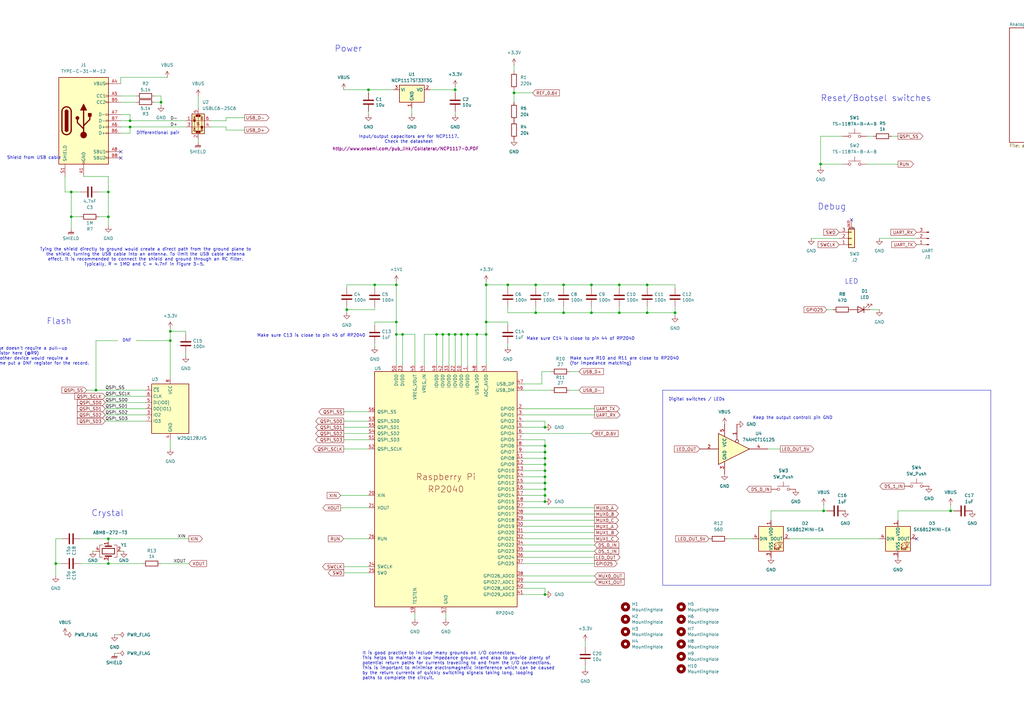
<source format=kicad_sch>
(kicad_sch (version 20231120) (generator "eeschema") (generator_version "8.0")
  (paper "A3")
  (title_block (title "Udong Mainboard") (date "2024-06-16") (rev "1"))
  (lib_symbols
    (symbol "74xGxx:74AHCT1G125"
      (property "Reference" "U" (at -2.54 3.81 0))
      (property "Value" "74AHCT1G125" (at 0 -3.81 0))
      (symbol "74AHCT1G125_1_1"
        (pin input inverted (at 0 10.16 270) (length 7.62) (name "~") (number "1"))
        (pin input line (at -15.24 0 0) (length 7.62) (name "~") (number "2"))
        (pin power_in line (at -5.08 -10.16 90) (length 5.08) (name "GND") (number "3"))
        (pin tri_state line (at 12.7 0 180) (length 7.62) (name "~") (number "4"))
        (pin power_in line (at -5.08 10.16 270) (length 5.08) (name "VCC") (number "5"))
      )
    )
    (symbol "Connector:Conn_01x03_Pin" (pin_names (offset 1.016) hide)
      (property "Reference" "J" (at 0 5.08 0))
      (property "Value" "Conn_01x03_Pin" (at 0 -5.08 0))
      (symbol "Conn_01x03_Pin_1_1"
        (pin passive line (at 5.08 2.54 180) (length 3.81) (name "Pin_1") (number "1"))
        (pin passive line (at 5.08 0 180) (length 3.81) (name "Pin_2") (number "2"))
        (pin passive line (at 5.08 -2.54 180) (length 3.81) (name "Pin_3") (number "3"))
      )
    )
    (symbol "Connector:USB_C_Receptacle_USB2.0_16P" (pin_names (offset 1.016))
      (property "Reference" "J" (at 0 22.225 0))
      (property "Value" "USB_C_Receptacle_USB2.0_16P" (at 0 19.685 0))
      (symbol "USB_C_Receptacle_USB2.0_16P_1_1"
        (pin passive line (at 0 -22.86 90) (length 5.08) (name "GND") (number "A1"))
        (pin passive line (at 0 -22.86 90) (length 5.08) hide (name "GND") (number "A12"))
        (pin passive line (at 15.24 15.24 180) (length 5.08) (name "VBUS") (number "A4"))
        (pin bidirectional line (at 15.24 10.16 180) (length 5.08) (name "CC1") (number "A5"))
        (pin bidirectional line (at 15.24 -2.54 180) (length 5.08) (name "D+") (number "A6"))
        (pin bidirectional line (at 15.24 2.54 180) (length 5.08) (name "D-") (number "A7"))
        (pin bidirectional line (at 15.24 -12.7 180) (length 5.08) (name "SBU1") (number "A8"))
        (pin passive line (at 15.24 15.24 180) (length 5.08) hide (name "VBUS") (number "A9"))
        (pin passive line (at 0 -22.86 90) (length 5.08) hide (name "GND") (number "B1"))
        (pin passive line (at 0 -22.86 90) (length 5.08) hide (name "GND") (number "B12"))
        (pin passive line (at 15.24 15.24 180) (length 5.08) hide (name "VBUS") (number "B4"))
        (pin bidirectional line (at 15.24 7.62 180) (length 5.08) (name "CC2") (number "B5"))
        (pin bidirectional line (at 15.24 -5.08 180) (length 5.08) (name "D+") (number "B6"))
        (pin bidirectional line (at 15.24 0 180) (length 5.08) (name "D-") (number "B7"))
        (pin bidirectional line (at 15.24 -15.24 180) (length 5.08) (name "SBU2") (number "B8"))
        (pin passive line (at 15.24 15.24 180) (length 5.08) hide (name "VBUS") (number "B9"))
        (pin passive line (at -7.62 -22.86 90) (length 5.08) (name "SHIELD") (number "S1"))
      )
    )
    (symbol "Connector_Generic_MountingPin:Conn_01x03_MountingPin" (pin_names (offset 1.016) hide)
      (property "Reference" "J" (at 0 5.08 0))
      (property "Value" "Conn_01x03_MountingPin" (at 1.27 -5.08 0))
      (symbol "Conn_01x03_MountingPin_1_1"
        (text "Mounting" (at 0 -4.191 0) (effects (font (size 0.381 0.381))))
        (pin passive line (at -5.08 2.54 0) (length 3.81) (name "Pin_1") (number "1"))
        (pin passive line (at -5.08 0 0) (length 3.81) (name "Pin_2") (number "2"))
        (pin passive line (at -5.08 -2.54 0) (length 3.81) (name "Pin_3") (number "3"))
        (pin passive line (at 0 -7.62 90) (length 3.048) (name "MountPin") (number "MP"))
      )
    )
    (symbol "Device:C" (pin_numbers hide) (pin_names (offset 0.254))
      (property "Reference" "C" (at 0.635 2.54 0))
      (property "Value" "C" (at 0.635 -2.54 0))
      (symbol "C_1_1"
        (pin passive line (at 0 3.81 270) (length 2.794) (name "~") (number "1"))
        (pin passive line (at 0 -3.81 90) (length 2.794) (name "~") (number "2"))
      )
    )
    (symbol "Device:Crystal_GND24" (pin_names (offset 1.016) hide)
      (property "Reference" "Y" (at 3.175 5.08 0))
      (property "Value" "Crystal_GND24" (at 3.175 3.175 0))
      (symbol "Crystal_GND24_1_1"
        (pin passive line (at -3.81 0 0) (length 1.27) (name "1") (number "1"))
        (pin passive line (at 0 5.08 270) (length 1.27) (name "2") (number "2"))
        (pin passive line (at 3.81 0 180) (length 1.27) (name "3") (number "3"))
        (pin passive line (at 0 -5.08 90) (length 1.27) (name "4") (number "4"))
      )
    )
    (symbol "Device:LED" (pin_numbers hide) (pin_names (offset 1.016) hide)
      (property "Reference" "D" (at 0 2.54 0))
      (property "Value" "LED" (at 0 -2.54 0))
      (symbol "LED_1_1"
        (pin passive line (at -3.81 0 0) (length 2.54) (name "K") (number "1"))
        (pin passive line (at 3.81 0 180) (length 2.54) (name "A") (number "2"))
      )
    )
    (symbol "Device:R" (pin_numbers hide) (pin_names (offset 0))
      (property "Reference" "R" (at 2.032 0 90))
      (property "Value" "R" (at 0 0 90))
      (symbol "R_1_1"
        (pin passive line (at 0 3.81 270) (length 1.27) (name "~") (number "1"))
        (pin passive line (at 0 -3.81 90) (length 1.27) (name "~") (number "2"))
      )
    )
    (symbol "GND_1" (power) (pin_numbers hide) (pin_names (offset 0) hide)
      (property "Value" "GND" (at 0 -3.81 0))
      (symbol "GND_1_1_1"
        (pin power_in line (at 0 0 270) (length 0) (name "~") (number "1"))
      )
    )
    (symbol "GND_2" (power) (pin_numbers hide) (pin_names (offset 0) hide)
      (property "Value" "GND" (at 0 -3.81 0))
      (symbol "GND_2_1_1"
        (pin power_in line (at 0 0 270) (length 0) (name "~") (number "1"))
      )
    )
    (symbol "GND_4" (power) (pin_numbers hide) (pin_names (offset 0) hide)
      (property "Value" "GND" (at 0 -3.81 0))
      (symbol "GND_4_1_1"
        (pin power_in line (at 0 0 270) (length 0) (name "~") (number "1"))
      )
    )
    (symbol "GND_5" (power) (pin_numbers hide) (pin_names (offset 0) hide)
      (property "Value" "GND" (at 0 -3.81 0))
      (symbol "GND_5_1_1"
        (pin power_in line (at 0 0 270) (length 0) (name "~") (number "1"))
      )
    )
    (symbol "MCU_RaspberryPi_RP2040:RP2040" (pin_names (offset 1.016))
      (property "Reference" "U" (at -29.21 49.53 0))
      (property "Value" "RP2040" (at 24.13 -49.53 0))
      (symbol "RP2040_0_0"
        (text "Raspberry Pi" (at 0 5.08 0) (effects (font (size 2.54 2.54))))
        (text "RP2040" (at 0 0 0) (effects (font (size 2.54 2.54))))
      )
      (symbol "RP2040_1_1"
        (pin power_in line (at 8.89 50.8 270) (length 2.54) (name "IOVDD") (number "1"))
        (pin power_in line (at 6.35 50.8 270) (length 2.54) (name "IOVDD") (number "10"))
        (pin bidirectional line (at 31.75 12.7 180) (length 2.54) (name "GPIO8") (number "11"))
        (pin bidirectional line (at 31.75 10.16 180) (length 2.54) (name "GPIO9") (number "12"))
        (pin bidirectional line (at 31.75 7.62 180) (length 2.54) (name "GPIO10") (number "13"))
        (pin bidirectional line (at 31.75 5.08 180) (length 2.54) (name "GPIO11") (number "14"))
        (pin bidirectional line (at 31.75 2.54 180) (length 2.54) (name "GPIO12") (number "15"))
        (pin bidirectional line (at 31.75 0 180) (length 2.54) (name "GPIO13") (number "16"))
        (pin bidirectional line (at 31.75 -2.54 180) (length 2.54) (name "GPIO14") (number "17"))
        (pin bidirectional line (at 31.75 -5.08 180) (length 2.54) (name "GPIO15") (number "18"))
        (pin passive line (at -12.7 -50.8 90) (length 2.54) (name "TESTEN") (number "19"))
        (pin bidirectional line (at 31.75 33.02 180) (length 2.54) (name "GPIO0") (number "2"))
        (pin input line (at -31.75 -2.54 0) (length 2.54) (name "XIN") (number "20"))
        (pin passive line (at -31.75 -7.62 0) (length 2.54) (name "XOUT") (number "21"))
        (pin power_in line (at 3.81 50.8 270) (length 2.54) (name "IOVDD") (number "22"))
        (pin power_in line (at -17.78 50.8 270) (length 2.54) (name "DVDD") (number "23"))
        (pin output line (at -31.75 -31.75 0) (length 2.54) (name "SWCLK") (number "24"))
        (pin bidirectional line (at -31.75 -34.29 0) (length 2.54) (name "SWD") (number "25"))
        (pin input line (at -31.75 -20.32 0) (length 2.54) (name "RUN") (number "26"))
        (pin bidirectional line (at 31.75 -7.62 180) (length 2.54) (name "GPIO16") (number "27"))
        (pin bidirectional line (at 31.75 -10.16 180) (length 2.54) (name "GPIO17") (number "28"))
        (pin bidirectional line (at 31.75 -12.7 180) (length 2.54) (name "GPIO18") (number "29"))
        (pin bidirectional line (at 31.75 30.48 180) (length 2.54) (name "GPIO1") (number "3"))
        (pin bidirectional line (at 31.75 -15.24 180) (length 2.54) (name "GPIO19") (number "30"))
        (pin bidirectional line (at 31.75 -17.78 180) (length 2.54) (name "GPIO20") (number "31"))
        (pin bidirectional line (at 31.75 -20.32 180) (length 2.54) (name "GPIO21") (number "32"))
        (pin power_in line (at 1.27 50.8 270) (length 2.54) (name "IOVDD") (number "33"))
        (pin bidirectional line (at 31.75 -22.86 180) (length 2.54) (name "GPIO22") (number "34"))
        (pin bidirectional line (at 31.75 -25.4 180) (length 2.54) (name "GPIO23") (number "35"))
        (pin bidirectional line (at 31.75 -27.94 180) (length 2.54) (name "GPIO24") (number "36"))
        (pin bidirectional line (at 31.75 -30.48 180) (length 2.54) (name "GPIO25") (number "37"))
        (pin bidirectional line (at 31.75 -35.56 180) (length 2.54) (name "GPIO26_ADC0") (number "38"))
        (pin bidirectional line (at 31.75 -38.1 180) (length 2.54) (name "GPIO27_ADC1") (number "39"))
        (pin bidirectional line (at 31.75 27.94 180) (length 2.54) (name "GPIO2") (number "4"))
        (pin bidirectional line (at 31.75 -40.64 180) (length 2.54) (name "GPIO28_ADC2") (number "40"))
        (pin bidirectional line (at 31.75 -43.18 180) (length 2.54) (name "GPIO29_ADC3") (number "41"))
        (pin power_in line (at -1.27 50.8 270) (length 2.54) (name "IOVDD") (number "42"))
        (pin power_in line (at 16.51 50.8 270) (length 2.54) (name "ADC_AVDD") (number "43"))
        (pin power_in line (at -8.89 50.8 270) (length 2.54) (name "VREG_IN") (number "44"))
        (pin power_out line (at -12.7 50.8 270) (length 2.54) (name "VREG_VOUT") (number "45"))
        (pin bidirectional line (at 31.75 40.64 180) (length 2.54) (name "USB_DM") (number "46"))
        (pin bidirectional line (at 31.75 43.18 180) (length 2.54) (name "USB_DP") (number "47"))
        (pin power_in line (at 12.7 50.8 270) (length 2.54) (name "USB_VDD") (number "48"))
        (pin power_in line (at -3.81 50.8 270) (length 2.54) (name "IOVDD") (number "49"))
        (pin bidirectional line (at 31.75 25.4 180) (length 2.54) (name "GPIO3") (number "5"))
        (pin power_in line (at -20.32 50.8 270) (length 2.54) (name "DVDD") (number "50"))
        (pin bidirectional line (at -31.75 20.32 0) (length 2.54) (name "QSPI_SD3") (number "51"))
        (pin output line (at -31.75 16.51 0) (length 2.54) (name "QSPI_SCLK") (number "52"))
        (pin bidirectional line (at -31.75 27.94 0) (length 2.54) (name "QSPI_SD0") (number "53"))
        (pin bidirectional line (at -31.75 22.86 0) (length 2.54) (name "QSPI_SD2") (number "54"))
        (pin bidirectional line (at -31.75 25.4 0) (length 2.54) (name "QSPI_SD1") (number "55"))
        (pin bidirectional line (at -31.75 31.75 0) (length 2.54) (name "QSPI_SS") (number "56"))
        (pin power_in line (at 0 -50.8 90) (length 2.54) (name "GND") (number "57"))
        (pin bidirectional line (at 31.75 22.86 180) (length 2.54) (name "GPIO4") (number "6"))
        (pin bidirectional line (at 31.75 20.32 180) (length 2.54) (name "GPIO5") (number "7"))
        (pin bidirectional line (at 31.75 17.78 180) (length 2.54) (name "GPIO6") (number "8"))
        (pin bidirectional line (at 31.75 15.24 180) (length 2.54) (name "GPIO7") (number "9"))
      )
    )
    (symbol "Mechanical:MountingHole" (pin_names (offset 1.016))
      (property "Reference" "H" (at 0 5.08 0))
      (property "Value" "MountingHole" (at 0 3.175 0))
    )
    (symbol "Memory_Flash:W25Q128JVS"
      (property "Reference" "U" (at -8.89 8.89 0))
      (property "Value" "W25Q128JVS" (at 7.62 8.89 0))
      (symbol "W25Q128JVS_1_1"
        (pin input line (at -10.16 7.62 0) (length 2.54) (name "~{CS}") (number "1"))
        (pin bidirectional line (at -10.16 0 0) (length 2.54) (name "DO(IO1)") (number "2"))
        (pin bidirectional line (at -10.16 -2.54 0) (length 2.54) (name "IO2") (number "3"))
        (pin power_in line (at 0 -12.7 90) (length 2.54) (name "GND") (number "4"))
        (pin bidirectional line (at -10.16 2.54 0) (length 2.54) (name "DI(IO0)") (number "5"))
        (pin input line (at -10.16 5.08 0) (length 2.54) (name "CLK") (number "6"))
        (pin bidirectional line (at -10.16 -5.08 0) (length 2.54) (name "IO3") (number "7"))
        (pin power_in line (at 0 12.7 270) (length 2.54) (name "VCC") (number "8"))
      )
    )
    (symbol "Regulator_Linear:NCP1117-3.3_SOT223"
      (property "Reference" "U" (at -3.81 3.175 0))
      (property "Value" "NCP1117-3.3_SOT223" (at 0 3.175 0))
      (symbol "NCP1117-3.3_SOT223_1_1"
        (pin power_in line (at 0 -7.62 90) (length 2.54) (name "GND") (number "1"))
        (pin power_out line (at 7.62 0 180) (length 2.54) (name "VO") (number "2"))
        (pin power_in line (at -7.62 0 0) (length 2.54) (name "VI") (number "3"))
      )
    )
    (symbol "Switch:SW_Push" (pin_numbers hide) (pin_names (offset 1.016) hide)
      (property "Reference" "SW" (at 1.27 2.54 0))
      (property "Value" "SW_Push" (at 0 -1.524 0))
      (symbol "SW_Push_0_1"
        (pin passive line (at -5.08 0 0) (length 2.54) (name "1") (number "1"))
        (pin passive line (at 5.08 0 180) (length 2.54) (name "2") (number "2"))
      )
    )
    (symbol "USBLC6-2SC6_1" (pin_names hide)
      (property "Reference" "U" (at 0.635 5.715 0))
      (property "Value" "USBLC6-2SC6" (at 0.635 3.81 0))
      (symbol "USBLC6-2SC6_1_1_1"
        (pin passive line (at -5.08 0 0) (length 2.54) (name "I/O1") (number "1"))
        (pin passive line (at 0 -7.62 90) (length 2.54) (name "GND") (number "2"))
        (pin passive line (at -5.08 -2.54 0) (length 2.54) (name "I/O2") (number "3"))
        (pin passive line (at 5.08 -2.54 180) (length 2.54) (name "I/O2") (number "4"))
        (pin passive line (at 0 5.08 270) (length 2.54) (name "VBUS") (number "5"))
        (pin passive line (at 5.08 0 180) (length 2.54) (name "I/O1") (number "6"))
      )
    )
    (symbol "VBUS_1" (power) (pin_numbers hide) (pin_names (offset 0) hide)
      (property "Value" "VBUS" (at 0 3.556 0))
      (symbol "VBUS_1_1_1"
        (pin power_in line (at 0 0 90) (length 0) (name "~") (number "1"))
      )
    )
    (symbol "VBUS_2" (power) (pin_numbers hide) (pin_names (offset 0) hide)
      (property "Value" "VBUS" (at 0 3.556 0))
      (symbol "VBUS_2_1_1"
        (pin power_in line (at 0 0 90) (length 0) (name "~") (number "1"))
      )
    )
    (symbol "VBUS_3" (power) (pin_numbers hide) (pin_names (offset 0) hide)
      (property "Value" "VBUS" (at 0 3.556 0))
      (symbol "VBUS_3_1_1"
        (pin power_in line (at 0 0 90) (length 0) (name "~") (number "1"))
      )
    )
    (symbol "power:+1V1" (power) (pin_numbers hide) (pin_names (offset 0) hide)
      (property "Value" "+1V1" (at 0 3.556 0))
      (symbol "+1V1_1_1"
        (pin power_in line (at 0 0 90) (length 0) (name "~") (number "1"))
      )
    )
    (symbol "power:+3.3V" (power) (pin_numbers hide) (pin_names (offset 0) hide)
      (property "Value" "+3.3V" (at 0 3.556 0))
      (symbol "+3.3V_1_1"
        (pin power_in line (at 0 0 90) (length 0) (name "~") (number "1"))
      )
    )
    (symbol "power:GND" (power) (pin_numbers hide) (pin_names (offset 0) hide)
      (property "Value" "GND" (at 0 -3.81 0))
      (symbol "GND_1_1"
        (pin power_in line (at 0 0 270) (length 0) (name "~") (number "1"))
      )
    )
    (symbol "power:GNDPWR" (power) (pin_numbers hide) (pin_names (offset 0) hide)
      (property "Value" "GNDPWR" (at 0 -3.302 0))
      (symbol "GNDPWR_1_1"
        (pin power_in line (at 0 0 270) (length 0) (name "~") (number "1"))
      )
    )
    (symbol "power:PWR_FLAG" (power) (pin_numbers hide) (pin_names (offset 0) hide)
      (property "Value" "PWR_FLAG" (at 0 3.81 0))
      (symbol "PWR_FLAG_0_0"
        (pin power_out line (at 0 0 90) (length 0) (name "~") (number "1"))
      )
    )
    (symbol "udong_library:SK6812MINI_1_FIXED" (pin_names (offset 0.254))
      (property "Reference" "D2" (at 12.7 6.3186 0))
      (property "Value" "SK6812MINI" (at 12.7 3.7786 0))
      (symbol "SK6812MINI_1_FIXED_0_0"
        (text "RGB" (at 2.286 -4.191 0) (effects (font (size 0.762 0.762))))
      )
      (symbol "SK6812MINI_1_FIXED_1_1"
        (pin power_in line (at 0 7.62 270) (length 2.54) (name "VDD") (number "1"))
        (pin output line (at 7.62 0 180) (length 2.54) (name "DOUT") (number "2"))
        (pin power_in line (at 0 -7.62 90) (length 2.54) (name "VSS") (number "3"))
        (pin input line (at -7.62 0 0) (length 2.54) (name "DIN") (number "4"))
      )
    )
  )
  (junction (at 186.69 137.16))
  (junction (at 184.15 137.16))
  (junction (at 53.34 49.53))
  (junction (at 162.56 132.08))
  (junction (at 389.89 209.55))
  (junction (at 153.67 116.84))
  (junction (at 22.86 231.14))
  (junction (at 208.28 116.84))
  (junction (at 231.14 128.27))
  (junction (at 242.57 116.84))
  (junction (at 199.39 137.16))
  (junction (at 231.14 116.84))
  (junction (at 162.56 137.16))
  (junction (at 199.39 132.08))
  (junction (at 223.52 198.12))
  (junction (at 223.52 185.42))
  (junction (at 165.1 137.16))
  (junction (at 189.23 137.16))
  (junction (at 142.24 127))
  (junction (at 29.21 78.74))
  (junction (at 44.45 78.74))
  (junction (at 337.82 209.55))
  (junction (at 186.69 36.83))
  (junction (at 336.55 67.31))
  (junction (at 265.43 116.84))
  (junction (at 276.86 128.27))
  (junction (at 69.85 139.7))
  (junction (at 242.57 128.27))
  (junction (at 53.34 52.07))
  (junction (at 69.85 135.89))
  (junction (at 66.04 41.91))
  (junction (at 223.52 190.5))
  (junction (at 162.56 116.84))
  (junction (at 219.71 128.27))
  (junction (at 254 128.27))
  (junction (at 223.52 195.58))
  (junction (at 223.52 193.04))
  (junction (at 39.37 160.02))
  (junction (at 151.13 36.83))
  (junction (at 223.52 200.66))
  (junction (at 223.52 243.84))
  (junction (at 44.45 220.98))
  (junction (at 223.52 203.2))
  (junction (at 44.45 88.9))
  (junction (at 223.52 205.74))
  (junction (at 191.77 137.16))
  (junction (at 195.58 137.16))
  (junction (at 29.21 88.9))
  (junction (at 223.52 187.96))
  (junction (at 210.82 38.1))
  (junction (at 181.61 137.16))
  (junction (at 199.39 116.84))
  (junction (at 44.45 231.14))
  (junction (at 223.52 182.88))
  (junction (at 223.52 175.26))
  (junction (at 179.07 137.16))
  (junction (at 254 116.84))
  (junction (at 265.43 128.27))
  (junction (at 219.71 116.84))
  (no_connect (at 49.53 64.77))
  (no_connect (at 49.53 62.23))
  (no_connect (at 349.25 90.17))
  (no_connect (at 375.92 220.98))
  (wire (pts (xy 44.45 78.74) (xy 44.45 72.39)))
  (wire (pts (xy 39.37 139.7) (xy 48.26 139.7)))
  (wire (pts (xy 162.56 137.16) (xy 162.56 149.86)))
  (wire (pts (xy 142.24 127) (xy 153.67 127)))
  (wire (pts (xy 92.71 53.34) (xy 100.33 53.34)))
  (wire (pts (xy 222.25 152.4) (xy 222.25 157.48)))
  (wire (pts (xy 140.97 36.83) (xy 151.13 36.83)))
  (wire (pts (xy 231.14 116.84) (xy 242.57 116.84)))
  (wire (pts (xy 210.82 41.91) (xy 210.82 38.1)))
  (wire (pts (xy 191.77 137.16) (xy 195.58 137.16)))
  (wire (pts (xy 332.74 97.79) (xy 344.17 97.79)))
  (wire (pts (xy 240.03 273.05) (xy 240.03 274.32)))
  (wire (pts (xy 59.69 172.72) (xy 43.18 172.72)))
  (wire (pts (xy 231.14 118.11) (xy 231.14 116.84)))
  (wire (pts (xy 214.63 200.66) (xy 223.52 200.66)))
  (wire (pts (xy 162.56 115.57) (xy 162.56 116.84)))
  (wire (pts (xy 214.63 190.5) (xy 223.52 190.5)))
  (wire (pts (xy 33.02 78.74) (xy 29.21 78.74)))
  (wire (pts (xy 63.5 41.91) (xy 66.04 41.91)))
  (wire (pts (xy 53.34 49.53) (xy 76.2 49.53)))
  (wire (pts (xy 223.52 182.88) (xy 223.52 185.42)))
  (wire (pts (xy 336.55 55.88) (xy 345.44 55.88)))
  (wire (pts (xy 49.53 31.75) (xy 49.53 34.29)))
  (wire (pts (xy 69.85 135.89) (xy 69.85 139.7)))
  (wire (pts (xy 151.13 45.72) (xy 151.13 46.99)))
  (wire (pts (xy 214.63 231.14) (xy 243.84 231.14)))
  (wire (pts (xy 179.07 137.16) (xy 181.61 137.16)))
  (wire (pts (xy 214.63 226.06) (xy 243.84 226.06)))
  (wire (pts (xy 214.63 160.02) (xy 226.06 160.02)))
  (wire (pts (xy 214.63 193.04) (xy 223.52 193.04)))
  (wire (pts (xy 214.63 167.64) (xy 243.84 167.64)))
  (wire (pts (xy 43.18 162.56) (xy 59.69 162.56)))
  (wire (pts (xy 69.85 134.62) (xy 69.85 135.89)))
  (wire (pts (xy 233.68 152.4) (xy 237.49 152.4)))
  (wire (pts (xy 170.18 149.86) (xy 170.18 137.16)))
  (wire (pts (xy 214.63 213.36) (xy 243.84 213.36)))
  (wire (pts (xy 231.14 125.73) (xy 231.14 128.27)))
  (wire (pts (xy 151.13 38.1) (xy 151.13 36.83)))
  (wire (pts (xy 223.52 200.66) (xy 223.52 203.2)))
  (wire (pts (xy 162.56 132.08) (xy 162.56 137.16)))
  (wire (pts (xy 66.04 41.91) (xy 66.04 43.18)))
  (wire (pts (xy 368.3 67.31) (xy 355.6 67.31)))
  (wire (pts (xy 173.99 137.16) (xy 179.07 137.16)))
  (wire (pts (xy 214.63 215.9) (xy 243.84 215.9)))
  (wire (pts (xy 142.24 116.84) (xy 153.67 116.84)))
  (wire (pts (xy 389.89 207.01) (xy 389.89 209.55)))
  (wire (pts (xy 337.82 207.01) (xy 337.82 209.55)))
  (wire (pts (xy 142.24 125.73) (xy 142.24 127)))
  (wire (pts (xy 49.53 226.06) (xy 50.8 226.06)))
  (wire (pts (xy 140.97 180.34) (xy 151.13 180.34)))
  (wire (pts (xy 139.7 208.28) (xy 151.13 208.28)))
  (wire (pts (xy 33.02 220.98) (xy 44.45 220.98)))
  (wire (pts (xy 44.45 231.14) (xy 58.42 231.14)))
  (wire (pts (xy 186.69 38.1) (xy 186.69 36.83)))
  (wire (pts (xy 153.67 116.84) (xy 162.56 116.84)))
  (wire (pts (xy 210.82 38.1) (xy 210.82 36.83)))
  (wire (pts (xy 316.23 209.55) (xy 316.23 213.36)))
  (wire (pts (xy 199.39 132.08) (xy 208.28 132.08)))
  (wire (pts (xy 69.85 180.34) (xy 69.85 184.15)))
  (wire (pts (xy 210.82 38.1) (xy 218.44 38.1)))
  (wire (pts (xy 184.15 149.86) (xy 184.15 137.16)))
  (wire (pts (xy 162.56 116.84) (xy 162.56 132.08)))
  (wire (pts (xy 223.52 187.96) (xy 223.52 190.5)))
  (wire (pts (xy 140.97 175.26) (xy 151.13 175.26)))
  (wire (pts (xy 92.71 49.53) (xy 86.36 49.53)))
  (wire (pts (xy 151.13 220.98) (xy 140.97 220.98)))
  (wire (pts (xy 254 118.11) (xy 254 116.84)))
  (wire (pts (xy 29.21 88.9) (xy 29.21 93.98)))
  (wire (pts (xy 181.61 137.16) (xy 184.15 137.16)))
  (wire (pts (xy 59.69 167.64) (xy 43.18 167.64)))
  (wire (pts (xy 49.53 49.53) (xy 53.34 49.53)))
  (wire (pts (xy 336.55 67.31) (xy 336.55 55.88)))
  (wire (pts (xy 92.71 52.07) (xy 86.36 52.07)))
  (wire (pts (xy 208.28 118.11) (xy 208.28 116.84)))
  (wire (pts (xy 214.63 195.58) (xy 223.52 195.58)))
  (wire (pts (xy 199.39 116.84) (xy 208.28 116.84)))
  (wire (pts (xy 76.2 135.89) (xy 69.85 135.89)))
  (wire (pts (xy 29.21 78.74) (xy 29.21 88.9)))
  (wire (pts (xy 214.63 187.96) (xy 223.52 187.96)))
  (wire (pts (xy 69.85 139.7) (xy 69.85 154.94)))
  (wire (pts (xy 191.77 137.16) (xy 191.77 149.86)))
  (wire (pts (xy 181.61 149.86) (xy 181.61 137.16)))
  (wire (pts (xy 368.3 209.55) (xy 368.3 213.36)))
  (wire (pts (xy 22.86 231.14) (xy 22.86 236.22)))
  (wire (pts (xy 214.63 157.48) (xy 222.25 157.48)))
  (wire (pts (xy 44.45 88.9) (xy 44.45 78.74)))
  (wire (pts (xy 53.34 49.53) (xy 53.34 46.99)))
  (wire (pts (xy 336.55 68.58) (xy 336.55 67.31)))
  (wire (pts (xy 199.39 116.84) (xy 199.39 132.08)))
  (wire (pts (xy 168.91 44.45) (xy 168.91 46.99)))
  (wire (pts (xy 151.13 168.91) (xy 140.97 168.91)))
  (wire (pts (xy 223.52 190.5) (xy 223.52 193.04)))
  (wire (pts (xy 254 116.84) (xy 265.43 116.84)))
  (wire (pts (xy 276.86 125.73) (xy 276.86 128.27)))
  (wire (pts (xy 66.04 231.14) (xy 77.47 231.14)))
  (wire (pts (xy 40.64 78.74) (xy 44.45 78.74)))
  (wire (pts (xy 176.53 36.83) (xy 186.69 36.83)))
  (wire (pts (xy 49.53 52.07) (xy 53.34 52.07)))
  (wire (pts (xy 214.63 182.88) (xy 223.52 182.88)))
  (wire (pts (xy 63.5 39.37) (xy 66.04 39.37)))
  (wire (pts (xy 46.99 267.97) (xy 48.26 267.97)))
  (wire (pts (xy 153.67 127) (xy 153.67 125.73)))
  (wire (pts (xy 219.71 118.11) (xy 219.71 116.84)))
  (wire (pts (xy 219.71 128.27) (xy 208.28 128.27)))
  (wire (pts (xy 214.63 236.22) (xy 243.84 236.22)))
  (wire (pts (xy 26.67 78.74) (xy 29.21 78.74)))
  (wire (pts (xy 199.39 115.57) (xy 199.39 116.84)))
  (wire (pts (xy 298.45 220.98) (xy 308.61 220.98)))
  (wire (pts (xy 214.63 185.42) (xy 223.52 185.42)))
  (wire (pts (xy 153.67 133.35) (xy 153.67 132.08)))
  (wire (pts (xy 59.69 170.18) (xy 43.18 170.18)))
  (wire (pts (xy 219.71 116.84) (xy 231.14 116.84)))
  (wire (pts (xy 66.04 39.37) (xy 66.04 41.91)))
  (wire (pts (xy 49.53 41.91) (xy 55.88 41.91)))
  (wire (pts (xy 26.67 72.39) (xy 26.67 78.74)))
  (wire (pts (xy 44.45 92.71) (xy 44.45 88.9)))
  (wire (pts (xy 219.71 125.73) (xy 219.71 128.27)))
  (wire (pts (xy 316.23 209.55) (xy 337.82 209.55)))
  (wire (pts (xy 165.1 149.86) (xy 165.1 137.16)))
  (wire (pts (xy 265.43 128.27) (xy 276.86 128.27)))
  (wire (pts (xy 161.29 36.83) (xy 151.13 36.83)))
  (wire (pts (xy 254 125.73) (xy 254 128.27)))
  (wire (pts (xy 29.21 88.9) (xy 33.02 88.9)))
  (wire (pts (xy 48.26 260.35) (xy 46.99 260.35)))
  (wire (pts (xy 208.28 116.84) (xy 219.71 116.84)))
  (wire (pts (xy 208.28 140.97) (xy 208.28 142.24)))
  (wire (pts (xy 189.23 149.86) (xy 189.23 137.16)))
  (wire (pts (xy 223.52 193.04) (xy 223.52 195.58)))
  (wire (pts (xy 223.52 172.72) (xy 223.52 175.26)))
  (wire (pts (xy 25.4 231.14) (xy 22.86 231.14)))
  (wire (pts (xy 92.71 52.07) (xy 92.71 53.34)))
  (wire (pts (xy 214.63 175.26) (xy 223.52 175.26)))
  (wire (pts (xy 276.86 118.11) (xy 276.86 116.84)))
  (wire (pts (xy 151.13 234.95) (xy 140.97 234.95)))
  (wire (pts (xy 184.15 137.16) (xy 186.69 137.16)))
  (wire (pts (xy 276.86 128.27) (xy 276.86 129.54)))
  (wire (pts (xy 81.28 39.37) (xy 81.28 44.45)))
  (wire (pts (xy 240.03 262.89) (xy 240.03 265.43)))
  (wire (pts (xy 223.52 185.42) (xy 223.52 187.96)))
  (wire (pts (xy 389.89 209.55) (xy 391.16 209.55)))
  (wire (pts (xy 49.53 31.75) (xy 68.58 31.75)))
  (wire (pts (xy 151.13 184.15) (xy 140.97 184.15)))
  (wire (pts (xy 39.37 139.7) (xy 39.37 160.02)))
  (wire (pts (xy 44.45 72.39) (xy 34.29 72.39)))
  (wire (pts (xy 182.88 251.46) (xy 182.88 254)))
  (wire (pts (xy 223.52 195.58) (xy 223.52 198.12)))
  (wire (pts (xy 139.7 203.2) (xy 151.13 203.2)))
  (wire (pts (xy 153.67 132.08) (xy 162.56 132.08)))
  (wire (pts (xy 195.58 137.16) (xy 199.39 137.16)))
  (wire (pts (xy 214.63 210.82) (xy 243.84 210.82)))
  (wire (pts (xy 59.69 165.1) (xy 43.18 165.1)))
  (wire (pts (xy 231.14 128.27) (xy 219.71 128.27)))
  (wire (pts (xy 208.28 125.73) (xy 208.28 128.27)))
  (wire (pts (xy 53.34 52.07) (xy 76.2 52.07)))
  (wire (pts (xy 223.52 241.3) (xy 223.52 243.84)))
  (wire (pts (xy 170.18 251.46) (xy 170.18 254)))
  (wire (pts (xy 214.63 198.12) (xy 223.52 198.12)))
  (wire (pts (xy 44.45 229.87) (xy 44.45 231.14)))
  (wire (pts (xy 25.4 220.98) (xy 22.86 220.98)))
  (wire (pts (xy 214.63 220.98) (xy 243.84 220.98)))
  (wire (pts (xy 33.02 231.14) (xy 44.45 231.14)))
  (wire (pts (xy 314.96 184.15) (xy 320.04 184.15)))
  (wire (pts (xy 49.53 54.61) (xy 53.34 54.61)))
  (wire (pts (xy 358.14 55.88) (xy 355.6 55.88)))
  (wire (pts (xy 165.1 137.16) (xy 162.56 137.16)))
  (wire (pts (xy 44.45 220.98) (xy 77.47 220.98)))
  (wire (pts (xy 233.68 160.02) (xy 237.49 160.02)))
  (wire (pts (xy 223.52 172.72) (xy 214.63 172.72)))
  (wire (pts (xy 223.52 203.2) (xy 223.52 205.74)))
  (wire (pts (xy 265.43 128.27) (xy 254 128.27)))
  (wire (pts (xy 22.86 220.98) (xy 22.86 231.14)))
  (wire (pts (xy 44.45 222.25) (xy 44.45 220.98)))
  (wire (pts (xy 140.97 172.72) (xy 151.13 172.72)))
  (wire (pts (xy 35.56 160.02) (xy 39.37 160.02)))
  (wire (pts (xy 53.34 54.61) (xy 53.34 52.07)))
  (wire (pts (xy 186.69 137.16) (xy 189.23 137.16)))
  (wire (pts (xy 39.37 226.06) (xy 38.1 226.06)))
  (wire (pts (xy 214.63 241.3) (xy 223.52 241.3)))
  (wire (pts (xy 214.63 208.28) (xy 243.84 208.28)))
  (wire (pts (xy 39.37 160.02) (xy 59.69 160.02)))
  (wire (pts (xy 142.24 118.11) (xy 142.24 116.84)))
  (wire (pts (xy 81.28 57.15) (xy 81.28 58.42)))
  (wire (pts (xy 222.25 152.4) (xy 226.06 152.4)))
  (wire (pts (xy 76.2 144.78) (xy 76.2 146.05)))
  (wire (pts (xy 142.24 127) (xy 142.24 128.27)))
  (wire (pts (xy 265.43 125.73) (xy 265.43 128.27)))
  (wire (pts (xy 336.55 67.31) (xy 345.44 67.31)))
  (wire (pts (xy 214.63 243.84) (xy 223.52 243.84)))
  (wire (pts (xy 223.52 180.34) (xy 223.52 182.88)))
  (wire (pts (xy 242.57 116.84) (xy 254 116.84)))
  (wire (pts (xy 214.63 205.74) (xy 223.52 205.74)))
  (wire (pts (xy 214.63 218.44) (xy 243.84 218.44)))
  (wire (pts (xy 208.28 133.35) (xy 208.28 132.08)))
  (wire (pts (xy 140.97 177.8) (xy 151.13 177.8)))
  (wire (pts (xy 214.63 180.34) (xy 223.52 180.34)))
  (wire (pts (xy 214.63 223.52) (xy 243.84 223.52)))
  (wire (pts (xy 214.63 170.18) (xy 243.84 170.18)))
  (wire (pts (xy 242.57 128.27) (xy 231.14 128.27)))
  (wire (pts (xy 368.3 209.55) (xy 389.89 209.55)))
  (wire (pts (xy 49.53 46.99) (xy 53.34 46.99)))
  (wire (pts (xy 76.2 137.16) (xy 76.2 135.89)))
  (wire (pts (xy 254 128.27) (xy 242.57 128.27)))
  (wire (pts (xy 92.71 48.26) (xy 92.71 49.53)))
  (wire (pts (xy 214.63 203.2) (xy 223.52 203.2)))
  (wire (pts (xy 323.85 220.98) (xy 360.68 220.98)))
  (wire (pts (xy 356.87 127) (xy 360.68 127)))
  (wire (pts (xy 199.39 137.16) (xy 199.39 149.86)))
  (wire (pts (xy 189.23 137.16) (xy 191.77 137.16)))
  (wire (pts (xy 179.07 149.86) (xy 179.07 137.16)))
  (wire (pts (xy 92.71 48.26) (xy 100.33 48.26)))
  (wire (pts (xy 210.82 26.67) (xy 210.82 29.21)))
  (wire (pts (xy 375.92 97.79) (xy 360.68 97.79)))
  (wire (pts (xy 55.88 139.7) (xy 69.85 139.7)))
  (wire (pts (xy 186.69 149.86) (xy 186.69 137.16)))
  (wire (pts (xy 153.67 118.11) (xy 153.67 116.84)))
  (wire (pts (xy 170.18 137.16) (xy 165.1 137.16)))
  (wire (pts (xy 265.43 116.84) (xy 276.86 116.84)))
  (wire (pts (xy 337.82 209.55) (xy 339.09 209.55)))
  (wire (pts (xy 265.43 118.11) (xy 265.43 116.84)))
  (wire (pts (xy 49.53 39.37) (xy 55.88 39.37)))
  (wire (pts (xy 242.57 125.73) (xy 242.57 128.27)))
  (wire (pts (xy 214.63 228.6) (xy 243.84 228.6)))
  (wire (pts (xy 195.58 149.86) (xy 195.58 137.16)))
  (wire (pts (xy 242.57 118.11) (xy 242.57 116.84)))
  (wire (pts (xy 365.76 55.88) (xy 368.3 55.88)))
  (wire (pts (xy 151.13 232.41) (xy 140.97 232.41)))
  (wire (pts (xy 40.64 88.9) (xy 44.45 88.9)))
  (wire (pts (xy 173.99 149.86) (xy 173.99 137.16)))
  (wire (pts (xy 153.67 140.97) (xy 153.67 142.24)))
  (wire (pts (xy 186.69 45.72) (xy 186.69 46.99)))
  (wire (pts (xy 223.52 198.12) (xy 223.52 200.66)))
  (wire (pts (xy 199.39 132.08) (xy 199.39 137.16)))
  (wire (pts (xy 339.09 127) (xy 341.63 127)))
  (wire (pts (xy 186.69 36.83) (xy 186.69 35.56)))
  (wire (pts (xy 214.63 238.76) (xy 243.84 238.76)))
  (wire (pts (xy 214.63 177.8) (xy 242.57 177.8)))
  (rectangle (start 271.78 160.02) (end 406.4 240.03))
  (text "Power" (at 137.16 21.59 0) (effects (font (size 2.54 2.54)) (justify left bottom)))
  (text "Keep the output controll pin GND\n" (at 325.12 171.45 0) (effects (font (size 1.27 1.27))))
  (text "Crystal" (at 37.465 212.09 0) (effects (font (size 2.54 2.54)) (justify left bottom)))
  (text "Debug" (at 335.28 86.36 0) (effects (font (size 2.54 2.54)) (justify left bottom)))
  (text "This flash strage doesn't require a pull-up\nregistor here (@R9)\nHowever, some other device would require a\npull-up registor so let me put a DNF registor for the record." (at 6.35 146.05 0) (effects (font (size 1.27 1.27))))
  (text "Make sure C13 is close to pin 45 of RP2040" (at 105.41 138.43 0) (effects (font (size 1.27 1.27)) (justify left bottom)))
  (text "Tying the shield directly to ground would create a direct path from the ground plane to\nthe shield, turning the USB cable into an antenna. To limit the USB cable antenna\neffect, it is recommended to connect the shield and ground through an RC filter.\nTypically, R = 1MΩ and C = 4.7nF in Figure 3-5. " (at 59.69 105.41 0) (effects (font (size 1.27 1.27))))
  (text "Digital switches / LEDs" (at 285.75 163.83 0) (effects (font (size 1.27 1.27))))
  (text "DNF\n" (at 52.07 139.7 0) (effects (font (size 1.27 1.27))))
  (text "It is good practice to include many grounds on I/O connectors.\nThis helps to maintain a low impedance ground, and also to provide plenty of\npotential return paths for currents travelling to and from the I/O connections.\nThis is important to minimise electromagnetic interference which can be caused \nby the return currents of quickly switching signals taking long, looping\npaths to complete the circuit.\n" (at 148.59 273.05 0) (effects (font (size 1.27 1.27)) (justify left)))
  (text "LED" (at 349.25 115.57 0) (effects (font (size 2 2))))
  (text "Reset/Bootsel switches" (at 336.55 41.91 0) (effects (font (size 2.54 2.54)) (justify left bottom)))
  (text "Make sure C14 is close to pin 44 of RP2040" (at 215.9 139.7 0) (effects (font (size 1.27 1.27)) (justify left bottom)))
  (text "Shield from USB cable\n" (at 13.97 64.77 0) (effects (font (size 1.27 1.27))))
  (text "Make sure R10 and R11 are close to RP2040\n(for impedance matching)" (at 233.68 149.86 0) (effects (font (size 1.27 1.27)) (justify left bottom)))
  (text "Differentional pair\n" (at 64.77 54.61 0) (effects (font (size 1.27 1.27))))
  (text "Input/output capacitors are for NCP1117.\nCheck the datasheet\n" (at 167.64 57.15 0) (effects (font (size 1.27 1.27))))
  (text "Flash" (at 19.05 133.35 0) (effects (font (size 2.54 2.54)) (justify left bottom)))
  (label "XOUT" (at 76.2 231.14 180))
  (label "QSPI_SS" (at 43.18 160.02 0))
  (label "QSPI_SD3" (at 43.18 172.72 0))
  (label "QSPI_SD1" (at 43.18 167.64 0))
  (label "XIN" (at 76.2 220.98 180))
  (label "D-" (at 69.85 49.53 0))
  (label "QSPI_SD2" (at 43.18 170.18 0))
  (label "QSPI_SD0" (at 43.18 165.1 0))
  (label "QSPI_SCLK" (at 43.18 162.56 0))
  (label "D+" (at 69.85 52.07 0))
  (global_label "UART_TX" (shape input) (at 375.92 100.33 180) (property "Intersheetrefs" "${INTERSHEET_REFS}" (effects (hide yes))))
  (global_label "DS_0_IN" (shape output) (at 316.23 200.66 180) (property "Intersheetrefs" "${INTERSHEET_REFS}" (effects (hide yes))))
  (global_label "MUX1_B" (shape output) (at 243.84 218.44 0) (property "Intersheetrefs" "${INTERSHEET_REFS}" (effects (hide yes))))
  (global_label "MUX1_OUT" (shape input) (at 243.84 238.76 0) (property "Intersheetrefs" "${INTERSHEET_REFS}" (effects (hide yes))))
  (global_label "MUX0_OUT" (shape input) (at 243.84 236.22 0) (property "Intersheetrefs" "${INTERSHEET_REFS}" (effects (hide yes))))
  (global_label "QSPI_SD3" (shape input) (at 43.18 172.72 180) (property "Intersheetrefs" "${INTERSHEET_REFS}" (effects (hide yes))))
  (global_label "QSPI_SD3" (shape output) (at 140.97 180.34 180) (property "Intersheetrefs" "${INTERSHEET_REFS}" (effects (hide yes))))
  (global_label "SWD" (shape input) (at 344.17 95.25 180) (property "Intersheetrefs" "${INTERSHEET_REFS}" (effects (hide yes))))
  (global_label "GPIO25" (shape output) (at 243.84 231.14 0) (property "Intersheetrefs" "${INTERSHEET_REFS}" (effects (hide yes))))
  (global_label "MUX0_C" (shape output) (at 243.84 213.36 0) (property "Intersheetrefs" "${INTERSHEET_REFS}" (effects (hide yes))))
  (global_label "XIN" (shape output) (at 77.47 220.98 0) (property "Intersheetrefs" "${INTERSHEET_REFS}" (effects (hide yes))))
  (global_label "REF_0.6V" (shape input) (at 242.57 177.8 0) (property "Intersheetrefs" "${INTERSHEET_REFS}" (effects (hide yes))))
  (global_label "SWD" (shape output) (at 140.97 234.95 180) (property "Intersheetrefs" "${INTERSHEET_REFS}" (effects (hide yes))))
  (global_label "RUN" (shape output) (at 368.3 67.31 0) (property "Intersheetrefs" "${INTERSHEET_REFS}" (effects (hide yes))))
  (global_label "USB_D-" (shape output) (at 100.33 48.26 0) (property "Intersheetrefs" "${INTERSHEET_REFS}" (effects (hide yes))))
  (global_label "QSPI_SCLK" (shape output) (at 140.97 184.15 180) (property "Intersheetrefs" "${INTERSHEET_REFS}" (effects (hide yes))))
  (global_label "REF_0.6V" (shape input) (at 218.44 38.1 0) (property "Intersheetrefs" "${INTERSHEET_REFS}" (effects (hide yes))))
  (global_label "GPIO25" (shape input) (at 339.09 127 180) (property "Intersheetrefs" "${INTERSHEET_REFS}" (effects (hide yes))))
  (global_label "MUX0_B" (shape output) (at 243.84 210.82 0) (property "Intersheetrefs" "${INTERSHEET_REFS}" (effects (hide yes))))
  (global_label "XOUT" (shape input) (at 77.47 231.14 0) (property "Intersheetrefs" "${INTERSHEET_REFS}" (effects (hide yes))))
  (global_label "QSPI_SCLK" (shape input) (at 43.18 162.56 180) (property "Intersheetrefs" "${INTERSHEET_REFS}" (effects (hide yes))))
  (global_label "XIN" (shape input) (at 139.7 203.2 180) (property "Intersheetrefs" "${INTERSHEET_REFS}" (effects (hide yes))))
  (global_label "QSPI_SD1" (shape output) (at 140.97 175.26 180) (property "Intersheetrefs" "${INTERSHEET_REFS}" (effects (hide yes))))
  (global_label "QSPI_SD2" (shape output) (at 140.97 177.8 180) (property "Intersheetrefs" "${INTERSHEET_REFS}" (effects (hide yes))))
  (global_label "QSPI_SS" (shape input) (at 35.56 160.02 180) (property "Intersheetrefs" "${INTERSHEET_REFS}" (effects (hide yes))))
  (global_label "QSPI_SS" (shape output) (at 140.97 168.91 180) (property "Intersheetrefs" "${INTERSHEET_REFS}" (effects (hide yes))))
  (global_label "UART_RX" (shape input) (at 375.92 95.25 180) (property "Intersheetrefs" "${INTERSHEET_REFS}" (effects (hide yes))))
  (global_label "QSPI_SD2" (shape input) (at 43.18 170.18 180) (property "Intersheetrefs" "${INTERSHEET_REFS}" (effects (hide yes))))
  (global_label "QSPI_SS" (shape output) (at 368.3 55.88 0) (property "Intersheetrefs" "${INTERSHEET_REFS}" (effects (hide yes))))
  (global_label "UART_TX" (shape output) (at 243.84 167.64 0) (property "Intersheetrefs" "${INTERSHEET_REFS}" (effects (hide yes))))
  (global_label "USB_D+" (shape output) (at 100.33 53.34 0) (property "Intersheetrefs" "${INTERSHEET_REFS}" (effects (hide yes))))
  (global_label "MUX1_A" (shape output) (at 243.84 215.9 0) (property "Intersheetrefs" "${INTERSHEET_REFS}" (effects (hide yes))))
  (global_label "DS_1_IN" (shape input) (at 243.84 226.06 0) (property "Intersheetrefs" "${INTERSHEET_REFS}" (effects (hide yes))))
  (global_label "QSPI_SD0" (shape input) (at 43.18 165.1 180) (property "Intersheetrefs" "${INTERSHEET_REFS}" (effects (hide yes))))
  (global_label "QSPI_SD1" (shape input) (at 43.18 167.64 180) (property "Intersheetrefs" "${INTERSHEET_REFS}" (effects (hide yes))))
  (global_label "LED_OUT_5V" (shape output) (at 320.04 184.15 0) (property "Intersheetrefs" "${INTERSHEET_REFS}" (effects (hide yes))))
  (global_label "LED_OUT" (shape output) (at 243.84 228.6 0) (property "Intersheetrefs" "${INTERSHEET_REFS}" (effects (hide yes))))
  (global_label "DS_1_IN" (shape output) (at 370.84 199.39 180) (property "Intersheetrefs" "${INTERSHEET_REFS}" (effects (hide yes))))
  (global_label "UART_RX" (shape output) (at 243.84 170.18 0) (property "Intersheetrefs" "${INTERSHEET_REFS}" (effects (hide yes))))
  (global_label "LED_OUT" (shape input) (at 287.02 184.15 180) (property "Intersheetrefs" "${INTERSHEET_REFS}" (effects (hide yes))))
  (global_label "LED_OUT_5V" (shape input) (at 290.83 220.98 180) (property "Intersheetrefs" "${INTERSHEET_REFS}" (effects (hide yes))))
  (global_label "RUN" (shape input) (at 140.97 220.98 180) (property "Intersheetrefs" "${INTERSHEET_REFS}" (effects (hide yes))))
  (global_label "SWCLK" (shape output) (at 140.97 232.41 180) (property "Intersheetrefs" "${INTERSHEET_REFS}" (effects (hide yes))))
  (global_label "USB_D-" (shape input) (at 237.49 160.02 0) (property "Intersheetrefs" "${INTERSHEET_REFS}" (effects (hide yes))))
  (global_label "MUX1_C" (shape output) (at 243.84 220.98 0) (property "Intersheetrefs" "${INTERSHEET_REFS}" (effects (hide yes))))
  (global_label "MUX0_A" (shape output) (at 243.84 208.28 0) (property "Intersheetrefs" "${INTERSHEET_REFS}" (effects (hide yes))))
  (global_label "USB_D+" (shape input) (at 237.49 152.4 0) (property "Intersheetrefs" "${INTERSHEET_REFS}" (effects (hide yes))))
  (global_label "XOUT" (shape output) (at 139.7 208.28 180) (property "Intersheetrefs" "${INTERSHEET_REFS}" (effects (hide yes))))
  (global_label "DS_0_IN" (shape input) (at 243.84 223.52 0) (property "Intersheetrefs" "${INTERSHEET_REFS}" (effects (hide yes))))
  (global_label "QSPI_SD0" (shape output) (at 140.97 172.72 180) (property "Intersheetrefs" "${INTERSHEET_REFS}" (effects (hide yes))))
  (global_label "SWCLK" (shape input) (at 344.17 100.33 180) (property "Intersheetrefs" "${INTERSHEET_REFS}" (effects (hide yes))))
  (symbol (lib_id "MCU_RaspberryPi_RP2040:RP2040") (at 182.88 200.66 0) (unit 1)
    (property "Reference" "U5" (at 154.94 151.13 0))
    (property "Value" "RP2040" (at 207.01 251.46 0))
    (property "Footprint" "Udong:RP2040-QFN-56" (effects (hide yes)))
  )
  (symbol (lib_id "Memory_Flash:W25Q128JVS") (at 69.85 167.64 0) (unit 1)
    (property "Reference" "U3" (at 63.5 155.575 0))
    (property "Value" "W25Q128JVS" (at 78.74 179.705 0))
    (property "Footprint" "Package_SO:SOIC-8_5.23x5.23mm_P1.27mm" (effects (hide yes)))
    (property "Datasheet" "http://www.winbond.com/resource-files/w25q128jv_dtr%20revc%2003272018%20plus.pdf" (effects (hide yes)))
  )
  (symbol (lib_id "Device:C") (at 76.2 140.97 0) (unit 1)
    (property "Reference" "C15" (at 79.121 139.8016 0) (effects (justify left)))
    (property "Value" "100n" (at 79.121 142.113 0) (effects (justify left)))
    (property "Footprint" "Capacitor_SMD:C_0402_1005Metric" (effects (hide yes)))
  )
  (symbol (lib_id "Device:R") (at 229.87 152.4 270) (unit 1)
    (property "Reference" "R10" (at 229.87 147.1422 90))
    (property "Value" "27" (at 229.87 149.4536 90))
    (property "Footprint" "Resistor_SMD:R_0402_1005Metric" (effects (hide yes)))
  )
  (symbol (lib_id "Device:R") (at 229.87 160.02 270) (unit 1)
    (property "Reference" "R11" (at 229.87 154.7622 90))
    (property "Value" "27" (at 229.87 157.0736 90))
    (property "Footprint" "Resistor_SMD:R_0402_1005Metric" (effects (hide yes)))
  )
  (symbol (lib_id "Device:C") (at 208.28 121.92 0) (unit 1)
    (property "Reference" "C6" (at 211.201 120.7516 0) (effects (justify left)))
    (property "Value" "100n" (at 211.201 123.063 0) (effects (justify left)))
    (property "Footprint" "Capacitor_SMD:C_0402_1005Metric" (effects (hide yes)))
  )
  (symbol (lib_id "Device:C") (at 219.71 121.92 0) (unit 1)
    (property "Reference" "C7" (at 222.631 120.7516 0) (effects (justify left)))
    (property "Value" "100n" (at 222.631 123.063 0) (effects (justify left)))
    (property "Footprint" "Capacitor_SMD:C_0402_1005Metric" (effects (hide yes)))
  )
  (symbol (lib_id "Device:C") (at 231.14 121.92 0) (unit 1)
    (property "Reference" "C8" (at 234.061 120.7516 0) (effects (justify left)))
    (property "Value" "100n" (at 234.061 123.063 0) (effects (justify left)))
    (property "Footprint" "Capacitor_SMD:C_0402_1005Metric" (effects (hide yes)))
  )
  (symbol (lib_id "Device:C") (at 242.57 121.92 0) (unit 1)
    (property "Reference" "C9" (at 245.491 120.7516 0) (effects (justify left)))
    (property "Value" "100n" (at 245.491 123.063 0) (effects (justify left)))
    (property "Footprint" "Capacitor_SMD:C_0402_1005Metric" (effects (hide yes)))
  )
  (symbol (lib_id "Device:C") (at 254 121.92 0) (unit 1)
    (property "Reference" "C10" (at 256.921 120.7516 0) (effects (justify left)))
    (property "Value" "100n" (at 256.921 123.063 0) (effects (justify left)))
    (property "Footprint" "Capacitor_SMD:C_0402_1005Metric" (effects (hide yes)))
  )
  (symbol (lib_id "Device:C") (at 265.43 121.92 0) (unit 1)
    (property "Reference" "C11" (at 268.351 120.7516 0) (effects (justify left)))
    (property "Value" "100n" (at 268.351 123.063 0) (effects (justify left)))
    (property "Footprint" "Capacitor_SMD:C_0402_1005Metric" (effects (hide yes)))
  )
  (symbol (lib_id "Device:C") (at 276.86 121.92 0) (unit 1)
    (property "Reference" "C12" (at 279.781 120.7516 0) (effects (justify left)))
    (property "Value" "100n" (at 279.781 123.063 0) (effects (justify left)))
    (property "Footprint" "Capacitor_SMD:C_0402_1005Metric" (effects (hide yes)))
  )
  (symbol (lib_id "Device:C") (at 142.24 121.92 0) (unit 1)
    (property "Reference" "C4" (at 145.161 120.7516 0) (effects (justify left)))
    (property "Value" "100n" (at 145.161 123.063 0) (effects (justify left)))
    (property "Footprint" "Capacitor_SMD:C_0402_1005Metric" (effects (hide yes)))
  )
  (symbol (lib_id "Device:C") (at 153.67 121.92 0) (unit 1)
    (property "Reference" "C5" (at 156.591 120.7516 0) (effects (justify left)))
    (property "Value" "100n" (at 156.591 123.063 0) (effects (justify left)))
    (property "Footprint" "Capacitor_SMD:C_0402_1005Metric" (effects (hide yes)))
  )
  (symbol (lib_id "Device:C") (at 153.67 137.16 0) (unit 1)
    (property "Reference" "C13" (at 156.591 135.9916 0) (effects (justify left)))
    (property "Value" "1uF" (at 156.591 138.303 0) (effects (justify left)))
    (property "Footprint" "Capacitor_SMD:C_0402_1005Metric" (effects (hide yes)))
  )
  (symbol (lib_id "Device:C") (at 208.28 137.16 0) (unit 1)
    (property "Reference" "C14" (at 211.201 135.9916 0) (effects (justify left)))
    (property "Value" "1uF" (at 211.201 138.303 0) (effects (justify left)))
    (property "Footprint" "Capacitor_SMD:C_0402_1005Metric" (effects (hide yes)))
  )
  (symbol (lib_id "Mechanical:MountingHole") (at 256.54 248.92 0) (unit 1)
    (property "Reference" "H1" (at 259.08 247.7516 0) (effects (justify left)))
    (property "Value" "MountingHole" (at 259.08 250.063 0) (effects (justify left)))
    (property "Footprint" "MountingHole:MountingHole_2.7mm_M2.5" (effects (hide yes)))
  )
  (symbol (lib_id "Mechanical:MountingHole") (at 256.54 254 0) (unit 1)
    (property "Reference" "H2" (at 259.08 252.8316 0) (effects (justify left)))
    (property "Value" "MountingHole" (at 259.08 255.143 0) (effects (justify left)))
    (property "Footprint" "MountingHole:MountingHole_2.7mm_M2.5" (effects (hide yes)))
  )
  (symbol (lib_id "Mechanical:MountingHole") (at 256.54 259.08 0) (unit 1)
    (property "Reference" "H3" (at 259.08 257.9116 0) (effects (justify left)))
    (property "Value" "MountingHole" (at 259.08 260.223 0) (effects (justify left)))
    (property "Footprint" "MountingHole:MountingHole_2.7mm_M2.5" (effects (hide yes)))
  )
  (symbol (lib_id "Mechanical:MountingHole") (at 256.54 264.16 0) (unit 1)
    (property "Reference" "H4" (at 259.08 262.9916 0) (effects (justify left)))
    (property "Value" "MountingHole" (at 259.08 265.303 0) (effects (justify left)))
    (property "Footprint" "MountingHole:MountingHole_2.7mm_M2.5" (effects (hide yes)))
  )
  (symbol (lib_id "Device:C") (at 151.13 41.91 0) (unit 1)
    (property "Reference" "C1" (at 154.051 40.7416 0) (effects (justify left)))
    (property "Value" "10u" (at 154.051 43.053 0) (effects (justify left)))
    (property "Footprint" "Capacitor_SMD:C_0805_2012Metric" (effects (hide yes)))
  )
  (symbol (lib_id "Device:C") (at 186.69 41.91 0) (unit 1)
    (property "Reference" "C2" (at 189.611 40.7416 0) (effects (justify left)))
    (property "Value" "10u" (at 189.611 43.053 0) (effects (justify left)))
    (property "Footprint" "Capacitor_SMD:C_0805_2012Metric" (effects (hide yes)))
  )
  (symbol (lib_id "Device:C") (at 240.03 269.24 0) (unit 1)
    (property "Reference" "C20" (at 242.951 268.0716 0) (effects (justify left)))
    (property "Value" "10u" (at 242.951 270.383 0) (effects (justify left)))
    (property "Footprint" "Capacitor_SMD:C_0805_2012Metric" (effects (hide yes)))
  )
  (symbol (lib_name "GND_4") (lib_id "power:GND") (at 336.55 68.58 0) (unit 1)
    (property "Reference" "#PWR012" (effects (hide yes)))
    (property "Value" "GND" (at 336.55 73.66 0))
    (property "Description" "Power symbol creates a global label with name \"GND\" , ground" (effects (hide yes)))
  )
  (symbol (lib_id "Mechanical:MountingHole") (at 279.4 274.32 0) (unit 1)
    (property "Reference" "H10" (at 281.94 273.1516 0) (effects (justify left)))
    (property "Value" "MountingHole" (at 281.94 275.463 0) (effects (justify left)))
    (property "Footprint" "MountingHole:MountingHole_2.7mm_M2.5" (effects (hide yes)))
  )
  (symbol (lib_id "power:PWR_FLAG") (at 48.26 267.97 270) (unit 1)
    (property "Reference" "#FLG03" (effects (hide yes)))
    (property "Value" "PWR_FLAG" (at 52.07 267.9699 90) (effects (justify left)))
    (property "Description" "Special symbol for telling ERC where power comes from" (effects (hide yes)))
  )
  (symbol (lib_name "GND_2") (lib_id "power:GND") (at 44.45 92.71 0) (unit 1)
    (property "Reference" "#PWR014" (effects (hide yes)))
    (property "Value" "GND" (at 44.45 97.79 0))
    (property "Description" "Power symbol creates a global label with name \"GND\" , ground" (effects (hide yes)))
  )
  (symbol (lib_id "power:PWR_FLAG") (at 26.67 260.35 270) (unit 1)
    (property "Reference" "#FLG02" (effects (hide yes)))
    (property "Value" "PWR_FLAG" (at 30.48 260.3499 90) (effects (justify left)))
    (property "Description" "Special symbol for telling ERC where power comes from" (effects (hide yes)))
  )
  (symbol (lib_id "Device:R") (at 210.82 45.72 0) (unit 1)
    (property "Reference" "R6" (at 213.36 44.4499 0) (effects (justify left)))
    (property "Value" "20k" (at 213.36 46.9899 0) (effects (justify left)))
    (property "Footprint" "Resistor_SMD:R_0402_1005Metric" (effects (hide yes)))
    (property "Description" "Resistor" (effects (hide yes)))
  )
  (symbol (lib_id "power:GND") (at 223.52 205.74 90) (unit 1)
    (property "Reference" "#PWR0104" (effects (hide yes)))
    (property "Value" "GND" (at 227.33 205.7399 90) (effects (justify right)))
    (property "Description" "Power symbol creates a global label with name \"GND\" , ground" (effects (hide yes)))
  )
  (symbol (lib_id "Mechanical:MountingHole") (at 279.4 254 0) (unit 1)
    (property "Reference" "H6" (at 281.94 252.8316 0) (effects (justify left)))
    (property "Value" "MountingHole" (at 281.94 255.143 0) (effects (justify left)))
    (property "Footprint" "MountingHole:MountingHole_2.7mm_M2.5" (effects (hide yes)))
  )
  (symbol (lib_id "power:+3.3V") (at 199.39 115.57 0) (unit 1)
    (property "Reference" "#PWR019" (effects (hide yes)))
    (property "Value" "+3.3V" (at 199.39 110.49 0))
    (property "Description" "Power symbol creates a global label with name \"+3.3V\"" (effects (hide yes)))
  )
  (symbol (lib_name "GND_2") (lib_id "power:GND") (at 302.26 173.99 90) (unit 1)
    (property "Reference" "#PWR028" (effects (hide yes)))
    (property "Value" "GND" (at 306.07 173.9899 90) (effects (justify right)))
    (property "Description" "Power symbol creates a global label with name \"GND\" , ground" (effects (hide yes)))
  )
  (symbol (lib_id "Device:R") (at 36.83 88.9 90) (unit 1)
    (property "Reference" "R7" (at 36.83 93.98 90))
    (property "Value" "1M" (at 36.83 91.44 90))
    (property "Footprint" "Resistor_SMD:R_0402_1005Metric" (effects (hide yes)))
    (property "Description" "Resistor" (effects (hide yes)))
  )
  (symbol (lib_id "Device:R") (at 210.82 33.02 0) (unit 1)
    (property "Reference" "R1" (at 213.36 31.7499 0) (effects (justify left)))
    (property "Value" "220k" (at 213.36 34.2899 0) (effects (justify left)))
    (property "Footprint" "Resistor_SMD:R_0402_1005Metric" (effects (hide yes)))
    (property "Description" "Resistor" (effects (hide yes)))
  )
  (symbol (lib_name "GND_1") (lib_id "power:GND") (at 76.2 146.05 0) (unit 1)
    (property "Reference" "#PWR026" (effects (hide yes)))
    (property "Value" "GND" (at 76.2 151.13 0))
    (property "Description" "Power symbol creates a global label with name \"GND\" , ground" (effects (hide yes)))
  )
  (symbol (lib_id "power:GND") (at 223.52 243.84 90) (unit 1)
    (property "Reference" "#PWR0105" (effects (hide yes)))
    (property "Value" "GND" (at 227.33 243.8399 90) (effects (justify right)))
    (property "Description" "Power symbol creates a global label with name \"GND\" , ground" (effects (hide yes)))
  )
  (symbol (lib_name "GND_4") (lib_id "power:GND") (at 208.28 142.24 0) (unit 1)
    (property "Reference" "#PWR025" (effects (hide yes)))
    (property "Value" "GND" (at 208.28 147.32 0))
    (property "Description" "Power symbol creates a global label with name \"GND\" , ground" (effects (hide yes)))
  )
  (symbol (lib_id "power:+3.3V") (at 186.69 35.56 0) (unit 1)
    (property "Reference" "#PWR03" (effects (hide yes)))
    (property "Value" "+3.3V" (at 186.69 30.48 0))
    (property "Description" "Power symbol creates a global label with name \"+3.3V\"" (effects (hide yes)))
  )
  (symbol (lib_id "Switch:SW_Push") (at 350.52 67.31 0) (unit 1)
    (property "Reference" "SW2" (at 350.52 59.69 0))
    (property "Value" "TS-1187A-B-A-B" (at 350.52 62.23 0))
    (property "Footprint" "Button_Switch_SMD:SW_Push_1P1T_XKB_TS-1187A" (effects (hide yes)))
    (property "Description" "Push button switch, generic, two pins" (effects (hide yes)))
    (property "JCSC" "C318884" (effects (hide yes)))
    (property "フィールド6" "TS-1187A-B-A-B" (effects (hide yes)))
  )
  (symbol (lib_name "GND_2") (lib_id "power:GND") (at 360.68 127 0) (unit 1)
    (property "Reference" "#PWR020" (effects (hide yes)))
    (property "Value" "GND" (at 360.68 132.08 0))
    (property "Description" "Power symbol creates a global label with name \"GND\" , ground" (effects (hide yes)))
  )
  (symbol (lib_id "power:PWR_FLAG") (at 48.26 260.35 270) (unit 1)
    (property "Reference" "#FLG01" (effects (hide yes)))
    (property "Value" "PWR_FLAG" (at 52.07 260.3499 90) (effects (justify left)))
    (property "Description" "Special symbol for telling ERC where power comes from" (effects (hide yes)))
  )
  (symbol (lib_name "GND_2") (lib_id "power:GND") (at 398.78 209.55 0) (unit 1)
    (property "Reference" "#PWR034" (effects (hide yes)))
    (property "Value" "GND" (at 398.78 214.63 0))
    (property "Description" "Power symbol creates a global label with name \"GND\" , ground" (effects (hide yes)))
  )
  (symbol (lib_id "Device:R") (at 59.69 41.91 270) (unit 1)
    (property "Reference" "R3" (at 59.69 46.736 90))
    (property "Value" "5.1k" (at 59.69 44.45 90))
    (property "Footprint" "Resistor_SMD:R_0402_1005Metric" (effects (hide yes)))
    (property "JLC PN" "C25905" (effects (hide yes)))
  )
  (symbol (lib_id "Mechanical:MountingHole") (at 279.4 259.08 0) (unit 1)
    (property "Reference" "H7" (at 281.94 257.9116 0) (effects (justify left)))
    (property "Value" "MountingHole" (at 281.94 260.223 0) (effects (justify left)))
    (property "Footprint" "MountingHole:MountingHole_2.7mm_M2.5" (effects (hide yes)))
  )
  (symbol (lib_id "Device:Crystal_GND24") (at 44.45 226.06 270) (unit 1)
    (property "Reference" "Y1" (at 49.53 223.52 90) (effects (justify left)))
    (property "Value" "ABM8-272-T3" (at 38.1 218.44 90) (effects (justify left)))
    (property "Footprint" "Crystal:Crystal_SMD_3225-4Pin_3.2x2.5mm" (effects (hide yes)))
  )
  (symbol (lib_name "VBUS_1") (lib_id "power:VBUS") (at 389.89 207.01 0) (unit 1)
    (property "Reference" "#PWR032" (effects (hide yes)))
    (property "Value" "VBUS" (at 389.89 201.93 0))
    (property "Description" "Power symbol creates a global label with name \"VBUS\"" (effects (hide yes)))
  )
  (symbol (lib_id "Connector_Generic_MountingPin:Conn_01x03_MountingPin") (at 349.25 97.79 0) (mirror x) (unit 1)
    (property "Reference" "J2" (at 350.52 106.68 0))
    (property "Value" "SWD" (at 350.52 104.14 0))
    (property "Footprint" "Udong:JST_SH_BM03B-SRSS-TB_1x03-1MP_P1.00mm_Vertical" (effects (hide yes)))
    (property "Description" "Generic connectable mounting pin connector, single row, 01x03, script generated (kicad-library-utils/schlib/autogen/connector/)" (effects (hide yes)))
    (property "JCSC" "C160403" (effects (hide yes)))
  )
  (symbol (lib_name "GND_2") (lib_id "power:GND") (at 381 199.39 0) (unit 1)
    (property "Reference" "#PWR036" (effects (hide yes)))
    (property "Value" "GND" (at 381 204.47 0))
    (property "Description" "Power symbol creates a global label with name \"GND\" , ground" (effects (hide yes)))
  )
  (symbol (lib_id "Device:C") (at 29.21 220.98 270) (unit 1)
    (property "Reference" "C18" (at 30.3784 223.901 0) (effects (justify left)))
    (property "Value" "15p" (at 28.067 223.901 0) (effects (justify left)))
    (property "Footprint" "Capacitor_SMD:C_0402_1005Metric" (effects (hide yes)))
  )
  (symbol (lib_name "GND_1") (lib_id "power:GND") (at 38.1 226.06 0) (unit 1)
    (property "Reference" "#PWR039" (effects (hide yes)))
    (property "Value" "GND" (at 38.1 229.87 0))
    (property "Description" "Power symbol creates a global label with name \"GND\" , ground" (effects (hide yes)))
  )
  (symbol (lib_name "GND_4") (lib_id "power:GND") (at 360.68 97.79 0) (unit 1)
    (property "Reference" "#PWR017" (effects (hide yes)))
    (property "Value" "GND" (at 360.68 102.87 0))
    (property "Description" "Power symbol creates a global label with name \"GND\" , ground" (effects (hide yes)))
  )
  (symbol (lib_name "GND_1") (lib_id "power:GND") (at 22.86 236.22 0) (unit 1)
    (property "Reference" "#PWR041" (effects (hide yes)))
    (property "Value" "GND" (at 22.86 241.3 0))
    (property "Description" "Power symbol creates a global label with name \"GND\" , ground" (effects (hide yes)))
  )
  (symbol (lib_name "GND_4") (lib_id "power:GND") (at 332.74 97.79 0) (unit 1)
    (property "Reference" "#PWR016" (effects (hide yes)))
    (property "Value" "GND" (at 332.74 102.87 0))
    (property "Description" "Power symbol creates a global label with name \"GND\" , ground" (effects (hide yes)))
  )
  (symbol (lib_id "udong_library:SK6812MINI_1_FIXED") (at 316.23 220.98 0) (unit 1)
    (property "Reference" "D2" (at 330.2 214.6614 0))
    (property "Value" "SK6812MINI-EA" (at 330.2 217.2014 0))
    (property "Footprint" "Udong:MX_Socket_LED" (effects (hide yes)))
    (property "Datasheet" "https://cdn-shop.adafruit.com/product-files/2686/SK6812MINI_REV.01-1-2.pdf" (effects (hide yes)))
    (property "Description" "RGB LED with integrated controller" (effects (hide yes)))
    (property "JCSC" "C5378731" (effects (hide yes)))
  )
  (symbol (lib_name "VBUS_1") (lib_id "power:VBUS") (at 68.58 31.75 0) (unit 1)
    (property "Reference" "#PWR02" (effects (hide yes)))
    (property "Value" "VBUS" (at 68.58 26.67 0))
    (property "Description" "Power symbol creates a global label with name \"VBUS\"" (effects (hide yes)))
  )
  (symbol (lib_name "VBUS_3") (lib_id "power:VBUS") (at 26.67 260.35 0) (unit 1)
    (property "Reference" "#PWR045" (effects (hide yes)))
    (property "Value" "VBUS" (at 26.67 255.27 0))
    (property "Description" "Power symbol creates a global label with name \"VBUS\"" (effects (hide yes)))
  )
  (symbol (lib_name "GND_4") (lib_id "power:GND") (at 170.18 254 0) (unit 1)
    (property "Reference" "#PWR042" (effects (hide yes)))
    (property "Value" "GND" (at 170.18 259.08 0))
    (property "Description" "Power symbol creates a global label with name \"GND\" , ground" (effects (hide yes)))
  )
  (symbol (lib_id "Device:C") (at 36.83 78.74 90) (unit 1)
    (property "Reference" "C3" (at 36.83 85.09 90))
    (property "Value" "4.7nF" (at 36.83 82.55 90))
    (property "Footprint" "Capacitor_SMD:C_0402_1005Metric" (effects (hide yes)))
    (property "Description" "Unpolarized capacitor" (effects (hide yes)))
  )
  (symbol (lib_name "GND_2") (lib_id "power:GND") (at 368.3 228.6 0) (unit 1)
    (property "Reference" "#PWR038" (effects (hide yes)))
    (property "Value" "GND" (at 368.3 233.68 0))
    (property "Description" "Power symbol creates a global label with name \"GND\" , ground" (effects (hide yes)))
  )
  (symbol (lib_id "Device:R") (at 361.95 55.88 270) (unit 1)
    (property "Reference" "R5" (at 361.95 50.6222 90))
    (property "Value" "1k" (at 361.95 52.9336 90))
    (property "Footprint" "Resistor_SMD:R_0402_1005Metric" (effects (hide yes)))
  )
  (symbol (lib_id "Switch:SW_Push") (at 375.92 199.39 0) (unit 1)
    (property "Reference" "SW4" (at 375.92 191.77 0))
    (property "Value" "SW_Push" (at 375.92 194.31 0))
    (property "Footprint" "Udong:MX_Socket" (effects (hide yes)))
    (property "Description" "Push button switch, generic, two pins" (effects (hide yes)))
    (property "JLCPCB" "C5156480" (effects (hide yes)))
  )
  (symbol (lib_name "GND_2") (lib_id "power:GND") (at 276.86 129.54 0) (unit 1)
    (property "Reference" "#PWR022" (effects (hide yes)))
    (property "Value" "GND" (at 276.86 134.62 0))
    (property "Description" "Power symbol creates a global label with name \"GND\" , ground" (effects (hide yes)))
  )
  (symbol (lib_name "USBLC6-2SC6_1") (lib_id "Power_Protection:USBLC6-2SC6") (at 81.28 49.53 0) (unit 1)
    (property "Reference" "U2" (at 82.9311 41.91 0) (effects (justify left)))
    (property "Value" "USBLC6-2SC6" (at 82.9311 44.45 0) (effects (justify left)))
    (property "Footprint" "Package_TO_SOT_SMD:SOT-23-6" (effects (hide yes)))
    (property "Datasheet" "https://www.st.com/resource/en/datasheet/usblc6-2.pdf" (effects (hide yes)))
    (property "Description" "Very low capacitance ESD protection diode, 2 data-line, SOT-23-6" (effects (hide yes)))
    (property "JCSC" "C2827654" (effects (hide yes)))
  )
  (symbol (lib_id "Switch:SW_Push") (at 321.31 200.66 0) (unit 1)
    (property "Reference" "SW3" (at 321.31 193.04 0))
    (property "Value" "SW_Push" (at 321.31 195.58 0))
    (property "Footprint" "Udong:MX_Socket" (effects (hide yes)))
    (property "Description" "Push button switch, generic, two pins" (effects (hide yes)))
    (property "JLCPCB" "C5156480" (effects (hide yes)))
  )
  (symbol (lib_name "GND_5") (lib_id "power:GND") (at 240.03 274.32 0) (unit 1)
    (property "Reference" "#PWR048" (effects (hide yes)))
    (property "Value" "GND" (at 240.03 279.4 0))
    (property "Description" "Power symbol creates a global label with name \"GND\" , ground" (effects (hide yes)))
  )
  (symbol (lib_id "power:+3.3V") (at 240.03 262.89 0) (unit 1)
    (property "Reference" "#PWR046" (effects (hide yes)))
    (property "Value" "+3.3V" (at 240.03 257.81 0))
    (property "Description" "Power symbol creates a global label with name \"+3.3V\"" (effects (hide yes)))
  )
  (symbol (lib_id "Mechanical:MountingHole") (at 279.4 248.92 0) (unit 1)
    (property "Reference" "H5" (at 281.94 247.7516 0) (effects (justify left)))
    (property "Value" "MountingHole" (at 281.94 250.063 0) (effects (justify left)))
    (property "Footprint" "MountingHole:MountingHole_2.7mm_M2.5" (effects (hide yes)))
  )
  (symbol (lib_name "GND_1") (lib_id "power:GND") (at 50.8 226.06 0) (unit 1)
    (property "Reference" "#PWR040" (effects (hide yes)))
    (property "Value" "GND" (at 50.8 229.87 0))
    (property "Description" "Power symbol creates a global label with name \"GND\" , ground" (effects (hide yes)))
  )
  (symbol (lib_name "GND_2") (lib_id "power:GND") (at 316.23 228.6 0) (unit 1)
    (property "Reference" "#PWR037" (effects (hide yes)))
    (property "Value" "GND" (at 316.23 233.68 0))
    (property "Description" "Power symbol creates a global label with name \"GND\" , ground" (effects (hide yes)))
  )
  (symbol (lib_name "GND_4") (lib_id "power:GND") (at 142.24 128.27 0) (unit 1)
    (property "Reference" "#PWR021" (effects (hide yes)))
    (property "Value" "GND" (at 142.24 133.35 0))
    (property "Description" "Power symbol creates a global label with name \"GND\" , ground" (effects (hide yes)))
  )
  (symbol (lib_id "Mechanical:MountingHole") (at 279.4 264.16 0) (unit 1)
    (property "Reference" "H8" (at 281.94 262.9916 0) (effects (justify left)))
    (property "Value" "MountingHole" (at 281.94 265.303 0) (effects (justify left)))
    (property "Footprint" "MountingHole:MountingHole_2.7mm_M2.5" (effects (hide yes)))
  )
  (symbol (lib_id "power:GNDPWR") (at 46.99 267.97 0) (unit 1)
    (property "Reference" "#PWR047" (effects (hide yes)))
    (property "Value" "SHIELD" (at 46.863 271.78 0))
    (property "Description" "Power symbol creates a global label with name \"GNDPWR\" , global ground" (effects (hide yes)))
  )
  (symbol (lib_id "Device:R") (at 62.23 231.14 270) (unit 1)
    (property "Reference" "R13" (at 62.23 225.8822 90))
    (property "Value" "1k" (at 62.23 228.1936 90))
    (property "Footprint" "Resistor_SMD:R_0402_1005Metric" (effects (hide yes)))
  )
  (symbol (lib_id "Device:C") (at 394.97 209.55 90) (unit 1)
    (property "Reference" "C17" (at 397.51 203.2 90))
    (property "Value" "1uF" (at 397.51 205.74 90))
    (property "Footprint" "Capacitor_SMD:C_0402_1005Metric" (effects (hide yes)))
    (property "Description" "Unpolarized capacitor" (effects (hide yes)))
  )
  (symbol (lib_id "Device:LED") (at 353.06 127 180) (unit 1)
    (property "Reference" "D1" (at 354.6475 119.38 0))
    (property "Value" "LED" (at 354.6475 121.92 0))
    (property "Footprint" "LED_SMD:LED_0805_2012Metric" (effects (hide yes)))
    (property "Description" "Light emitting diode" (effects (hide yes)))
    (property "JCSC" "C2297" (effects (hide yes)))
  )
  (symbol (lib_id "Mechanical:MountingHole") (at 279.4 269.24 0) (unit 1)
    (property "Reference" "H9" (at 281.94 268.0716 0) (effects (justify left)))
    (property "Value" "MountingHole" (at 281.94 270.383 0) (effects (justify left)))
    (property "Footprint" "MountingHole:MountingHole_2.7mm_M2.5" (effects (hide yes)))
  )
  (symbol (lib_id "udong_library:SK6812MINI_1_FIXED") (at 368.3 220.98 0) (unit 1)
    (property "Reference" "D3" (at 382.27 214.6614 0))
    (property "Value" "SK6812MINI-EA" (at 382.27 217.2014 0))
    (property "Footprint" "Udong:MX_Socket_LED" (effects (hide yes)))
    (property "Datasheet" "https://cdn-shop.adafruit.com/product-files/2686/SK6812MINI_REV.01-1-2.pdf" (effects (hide yes)))
    (property "Description" "RGB LED with integrated controller" (effects (hide yes)))
    (property "JCSC" "C5378731" (effects (hide yes)))
  )
  (symbol (lib_id "Connector:USB_C_Receptacle_USB2.0_16P") (at 34.29 49.53 0) (unit 1)
    (property "Reference" "J1" (at 34.29 26.67 0))
    (property "Value" "TYPE-C-31-M-12" (at 34.29 29.21 0))
    (property "Footprint" "Udong:USB_C_Receptacle_HRO_TYPE-C-31-M-12" (effects (hide yes)))
    (property "Datasheet" "https://www.usb.org/sites/default/files/documents/usb_type-c.zip" (effects (hide yes)))
    (property "Description" "USB 2.0-only 16P Type-C Receptacle connector" (effects (hide yes)))
    (property "JCSC" "C165948" (effects (hide yes)))
  )
  (symbol (lib_name "GND_1") (lib_id "power:GND") (at 69.85 184.15 0) (unit 1)
    (property "Reference" "#PWR029" (effects (hide yes)))
    (property "Value" "GND" (at 69.85 189.23 0))
    (property "Description" "Power symbol creates a global label with name \"GND\" , ground" (effects (hide yes)))
  )
  (symbol (lib_id "power:GNDPWR") (at 81.28 58.42 0) (unit 1)
    (property "Reference" "#PWR011" (effects (hide yes)))
    (property "Value" "SHIELD" (at 81.153 62.23 0))
    (property "Description" "Power symbol creates a global label with name \"GNDPWR\" , global ground" (effects (hide yes)))
  )
  (symbol (lib_name "VBUS_1") (lib_id "power:VBUS") (at 337.82 207.01 0) (unit 1)
    (property "Reference" "#PWR031" (effects (hide yes)))
    (property "Value" "VBUS" (at 337.82 201.93 0))
    (property "Description" "Power symbol creates a global label with name \"VBUS\"" (effects (hide yes)))
  )
  (symbol (lib_id "power:GNDPWR") (at 29.21 93.98 0) (unit 1)
    (property "Reference" "#PWR015" (effects (hide yes)))
    (property "Value" "SHIELD" (at 29.083 97.79 0))
    (property "Description" "Power symbol creates a global label with name \"GNDPWR\" , global ground" (effects (hide yes)))
  )
  (symbol (lib_name "GND_4") (lib_id "power:GND") (at 182.88 254 0) (unit 1)
    (property "Reference" "#PWR043" (effects (hide yes)))
    (property "Value" "GND" (at 182.88 259.08 0))
    (property "Description" "Power symbol creates a global label with name \"GND\" , ground" (effects (hide yes)))
  )
  (symbol (lib_name "GND_2") (lib_id "power:GND") (at 168.91 46.99 0) (unit 1)
    (property "Reference" "#PWR08" (effects (hide yes)))
    (property "Value" "GND" (at 168.91 52.07 0))
    (property "Description" "Power symbol creates a global label with name \"GND\" , ground" (effects (hide yes)))
  )
  (symbol (lib_id "Device:R") (at 345.44 127 270) (unit 1)
    (property "Reference" "R8" (at 345.44 120.65 90))
    (property "Value" "470" (at 345.44 123.19 90))
    (property "Footprint" "Resistor_SMD:R_0402_1005Metric" (effects (hide yes)))
    (property "Description" "Resistor" (effects (hide yes)))
  )
  (symbol (lib_name "GND_1") (lib_id "power:GND") (at 46.99 260.35 0) (unit 1)
    (property "Reference" "#PWR044" (effects (hide yes)))
    (property "Value" "GND" (at 46.99 265.43 0))
    (property "Description" "Power symbol creates a global label with name \"GND\" , ground" (effects (hide yes)))
  )
  (symbol (lib_id "power:GND") (at 223.52 175.26 90) (unit 1)
    (property "Reference" "#PWR0103" (effects (hide yes)))
    (property "Value" "GND" (at 227.33 175.2599 90) (effects (justify right)))
    (property "Description" "Power symbol creates a global label with name \"GND\" , ground" (effects (hide yes)))
  )
  (symbol (lib_id "Device:R") (at 210.82 53.34 0) (unit 1)
    (property "Reference" "R4" (at 213.36 52.0699 0) (effects (justify left)))
    (property "Value" "20k" (at 213.36 54.6099 0) (effects (justify left)))
    (property "Footprint" "Resistor_SMD:R_0402_1005Metric" (effects (hide yes)))
    (property "Description" "Resistor" (effects (hide yes)))
  )
  (symbol (lib_id "Switch:SW_Push") (at 350.52 55.88 0) (unit 1)
    (property "Reference" "SW1" (at 350.52 48.26 0))
    (property "Value" "TS-1187A-B-A-B" (at 350.52 50.8 0))
    (property "Footprint" "Button_Switch_SMD:SW_Push_1P1T_XKB_TS-1187A" (effects (hide yes)))
    (property "Description" "Push button switch, generic, two pins" (effects (hide yes)))
    (property "JCSC" "C318884" (effects (hide yes)))
    (property "フィールド6" "TS-1187A-B-A-B" (effects (hide yes)))
  )
  (symbol (lib_name "GND_2") (lib_id "power:GND") (at 186.69 46.99 0) (unit 1)
    (property "Reference" "#PWR09" (effects (hide yes)))
    (property "Value" "GND" (at 186.69 52.07 0))
    (property "Description" "Power symbol creates a global label with name \"GND\" , ground" (effects (hide yes)))
  )
  (symbol (lib_name "VBUS_3") (lib_id "power:VBUS") (at 81.28 39.37 0) (unit 1)
    (property "Reference" "#PWR05" (effects (hide yes)))
    (property "Value" "VBUS" (at 81.28 34.29 0))
    (property "Description" "Power symbol creates a global label with name \"VBUS\"" (effects (hide yes)))
  )
  (symbol (lib_id "Device:R") (at 59.69 39.37 90) (unit 1)
    (property "Reference" "R2" (at 59.69 34.29 90))
    (property "Value" "5.1k" (at 59.69 36.83 90))
    (property "Footprint" "Resistor_SMD:R_0402_1005Metric" (effects (hide yes)))
    (property "JLC PN" "C25905" (effects (hide yes)))
  )
  (symbol (lib_name "GND_2") (lib_id "power:GND") (at 297.18 194.31 0) (unit 1)
    (property "Reference" "#PWR030" (effects (hide yes)))
    (property "Value" "GND" (at 297.18 199.39 0))
    (property "Description" "Power symbol creates a global label with name \"GND\" , ground" (effects (hide yes)))
  )
  (symbol (lib_name "VBUS_1") (lib_id "power:VBUS") (at 297.18 173.99 0) (unit 1)
    (property "Reference" "#PWR027" (effects (hide yes)))
    (property "Value" "VBUS" (at 297.18 168.91 0))
    (property "Description" "Power symbol creates a global label with name \"VBUS\"" (effects (hide yes)))
  )
  (symbol (lib_name "GND_4") (lib_id "power:GND") (at 153.67 142.24 0) (unit 1)
    (property "Reference" "#PWR024" (effects (hide yes)))
    (property "Value" "GND" (at 153.67 147.32 0))
    (property "Description" "Power symbol creates a global label with name \"GND\" , ground" (effects (hide yes)))
  )
  (symbol (lib_id "Device:C") (at 29.21 231.14 270) (unit 1)
    (property "Reference" "C19" (at 30.3784 234.061 0) (effects (justify left)))
    (property "Value" "15p" (at 28.067 234.061 0) (effects (justify left)))
    (property "Footprint" "Capacitor_SMD:C_0402_1005Metric" (effects (hide yes)))
  )
  (symbol (lib_name "GND_2") (lib_id "power:GND") (at 151.13 46.99 0) (unit 1)
    (property "Reference" "#PWR07" (effects (hide yes)))
    (property "Value" "GND" (at 151.13 52.07 0))
    (property "Description" "Power symbol creates a global label with name \"GND\" , ground" (effects (hide yes)))
  )
  (symbol (lib_id "Device:C") (at 342.9 209.55 90) (unit 1)
    (property "Reference" "C16" (at 345.44 203.2 90))
    (property "Value" "1uF" (at 345.44 205.74 90))
    (property "Footprint" "Capacitor_SMD:C_0402_1005Metric" (effects (hide yes)))
    (property "Description" "Unpolarized capacitor" (effects (hide yes)))
  )
  (symbol (lib_id "74xGxx:74AHCT1G125") (at 302.26 184.15 0) (unit 1)
    (property "Reference" "U4" (at 311.15 177.8 0))
    (property "Value" "74AHCT1G125" (at 311.15 180.34 0))
    (property "Footprint" "Package_TO_SOT_SMD:SOT-353_SC-70-5" (effects (hide yes)))
    (property "Datasheet" "http://www.ti.com/lit/sg/scyt129e/scyt129e.pdf" (effects (hide yes)))
    (property "Description" "Single Buffer Gate Tri-State, Low-Voltage CMOS" (effects (hide yes)))
    (property "JCSC" "C2676173" (effects (hide yes)))
    (property "フィールド6" "74AHCT1G125SE-7" (effects (hide yes)))
  )
  (symbol (lib_name "VBUS_2") (lib_id "power:VBUS") (at 140.97 36.83 0) (unit 1)
    (property "Reference" "#PWR04" (effects (hide yes)))
    (property "Value" "VBUS" (at 140.97 31.75 0))
    (property "Description" "Power symbol creates a global label with name \"VBUS\"" (effects (hide yes)))
  )
  (symbol (lib_id "Regulator_Linear:NCP1117-3.3_SOT223") (at 168.91 36.83 0) (unit 1)
    (property "Reference" "U1" (at 168.91 30.48 0))
    (property "Value" "NCP1117ST33T3G" (at 168.91 33.02 0))
    (property "Footprint" "Package_TO_SOT_SMD:SOT-223-3_TabPin2" (effects (hide yes)))
    (property "Datasheet" "http://www.onsemi.com/pub_link/Collateral/NCP1117-D.PDF" (at 166.37 60.96 0))
    (property "Description" "1A Low drop-out regulator, Fixed Output 3.3V, SOT-223" (effects (hide yes)))
    (property "JCSC" "C26537" (effects (hide yes)))
  )
  (symbol (lib_id "Device:R") (at 294.64 220.98 90) (unit 1)
    (property "Reference" "R12" (at 294.64 214.63 90))
    (property "Value" "560" (at 294.64 217.17 90))
    (property "Footprint" "Resistor_SMD:R_0402_1005Metric" (effects (hide yes)))
    (property "Description" "Resistor" (effects (hide yes)))
  )
  (symbol (lib_name "GND_2") (lib_id "power:GND") (at 326.39 200.66 0) (unit 1)
    (property "Reference" "#PWR035" (effects (hide yes)))
    (property "Value" "GND" (at 326.39 205.74 0))
    (property "Description" "Power symbol creates a global label with name \"GND\" , ground" (effects (hide yes)))
  )
  (symbol (lib_name "GND_2") (lib_id "power:GND") (at 346.71 209.55 0) (unit 1)
    (property "Reference" "#PWR033" (effects (hide yes)))
    (property "Value" "GND" (at 346.71 214.63 0))
    (property "Description" "Power symbol creates a global label with name \"GND\" , ground" (effects (hide yes)))
  )
  (symbol (lib_id "Connector:Conn_01x03_Pin") (at 381 97.79 180) (unit 1)
    (property "Reference" "J3" (at 380.365 105.41 0))
    (property "Value" "UART" (at 380.365 102.87 0))
    (property "Footprint" "Connector_PinSocket_2.54mm:PinSocket_1x03_P2.54mm_Horizontal" (effects (hide yes)))
    (property "Description" "Generic connector, single row, 01x03, script generated" (effects (hide yes)))
  )
  (symbol (lib_name "GND_5") (lib_id "power:GND") (at 210.82 57.15 0) (unit 1)
    (property "Reference" "#PWR010" (effects (hide yes)))
    (property "Value" "GND" (at 210.82 62.23 0))
    (property "Description" "Power symbol creates a global label with name \"GND\" , ground" (effects (hide yes)))
  )
  (symbol (lib_name "GND_4") (lib_id "power:GND") (at 66.04 43.18 0) (unit 1)
    (property "Reference" "#PWR06" (effects (hide yes)))
    (property "Value" "GND" (at 66.04 48.26 0))
    (property "Description" "Power symbol creates a global label with name \"GND\" , ground" (effects (hide yes)))
  )
  (symbol (lib_id "power:+3.3V") (at 69.85 134.62 0) (unit 1)
    (property "Reference" "#PWR023" (effects (hide yes)))
    (property "Value" "+3.3V" (at 69.85 129.54 0))
    (property "Description" "Power symbol creates a global label with name \"+3.3V\"" (effects (hide yes)))
  )
  (symbol (lib_id "power:+1V1") (at 162.56 115.57 0) (unit 1)
    (property "Reference" "#PWR018" (effects (hide yes)))
    (property "Value" "+1V1" (at 162.56 110.49 0))
    (property "Description" "Power symbol creates a global label with name \"+1V1\"" (effects (hide yes)))
  )
  (symbol (lib_id "power:+3.3V") (at 210.82 26.67 0) (unit 1)
    (property "Reference" "#PWR01" (effects (hide yes)))
    (property "Value" "+3.3V" (at 210.82 21.59 0))
    (property "Description" "Power symbol creates a global label with name \"+3.3V\"" (effects (hide yes)))
  )
  (sheet (at 414.02 11.43) (size 46.99 46.99) (stroke (width 0.1524))
    (property "Sheetname" "Analog Switches" (at 414.02 10.7184 0) (effects (justify left bottom)))
    (property "Sheetfile" "analog_switches.kicad_sch" (at 414.02 59.0046 0) (effects (justify left top)))
  )
)
</source>
